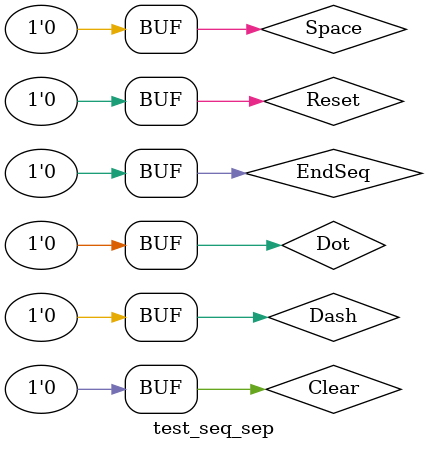
<source format=v>
`timescale 1ns / 1ps


module test_seq_sep();
    reg Dot, Dash, Space, EndSeq;
    wire [2:0] Signals;
    morse_code_encoder MCE(Dot, Dash, Space, EndSeq, Signals);
    reg Clear, Reset;
    wire [9:0] EncSeq;
    wire Space_EndSeqbar;
    sequence_producer SP (Signals, Clear, Reset, EncSeq, Space_EndSeqbar);
    wire [9:0] FirstSeq, SecSeq;
    sequence_separator SS ( EncSeq, Space_EndSeqbar, FirstSeq, SecSeq);
    
    initial begin
        Clear = 1'b1; #10
        Clear = 1'b0; #10
        
        // First Sequence to test: [00, 01, 00, 00, 01]
        
        // Send a Dot signal
        Dot = 1'b1; #10;
        Dot = 1'b0; #10;
        
        // Send a Dash signal
        Dash = 1'b1; #10;
        Dash = 1'b0; #10;
        
        // Send a Dot signal
        Dot = 1'b1; #10;
        Dot = 1'b0; #10;
        
        // Send a Dot signal
        Dot = 1'b1; #10;
        Dot = 1'b0; #10;
        
        // Send a Dash signal
        Dash = 1'b1; #10;
        Dash = 1'b0; #10;
        
        // Send a EndsSeq Signal
        EndSeq = 1'b1; #10;
        EndSeq = 1'b0; #10;
        
        // Second Sequence to test: [ , , , , ]
        
        // Send a Space Signal
        Space = 1'b1; #10;
        Space = 1'b0; #10;
        
        // Third Sequence to test: [ 00, 00, 00, 01, 01]
        
        // Send a Dot signal
        Dot = 1'b1; #10;
        Dot = 1'b0; #10;
        
        // Send a Dot signal
        Dot = 1'b1; #10;
        Dot = 1'b0; #10;
        
        // Send a Dot signal
        Dot = 1'b1; #10;
        Dot = 1'b0; #10;
        
        // Send a Dash signal
        Dash = 1'b1; #10;
        Dash = 1'b0; #10;
        
        // Send a Dash signal
        Dash = 1'b1; #10;
        Dash = 1'b0; #10;
        
        // Send a Space Signal
        Space = 1'b1; #10;
        Space = 1'b0; #10;
        
        // Fourth Sequence to test: [ , , , , ]
        
        // Send a EndsSeq Signal
        EndSeq = 1'b1; #10;
        EndSeq = 1'b0; #10;

        // Fifth Sequence to test: [ , , , , ]
        // Clear halfway:
        
        // Send a Dot signal
        Dot = 1'b1; #10;
        Dot = 1'b0; #10;

        // Send a Clear Signal
        Clear = 1'b1; #10;
        Clear = 1'b0; #10;

        // Send a Reset Signal
        Reset = 1'b1; #10;
        Reset = 1'b0; #10;

        // Send a EndsSeq Signal
        EndSeq = 1'b1; #10;
        EndSeq = 1'b0; #10;
    end
endmodule

</source>
